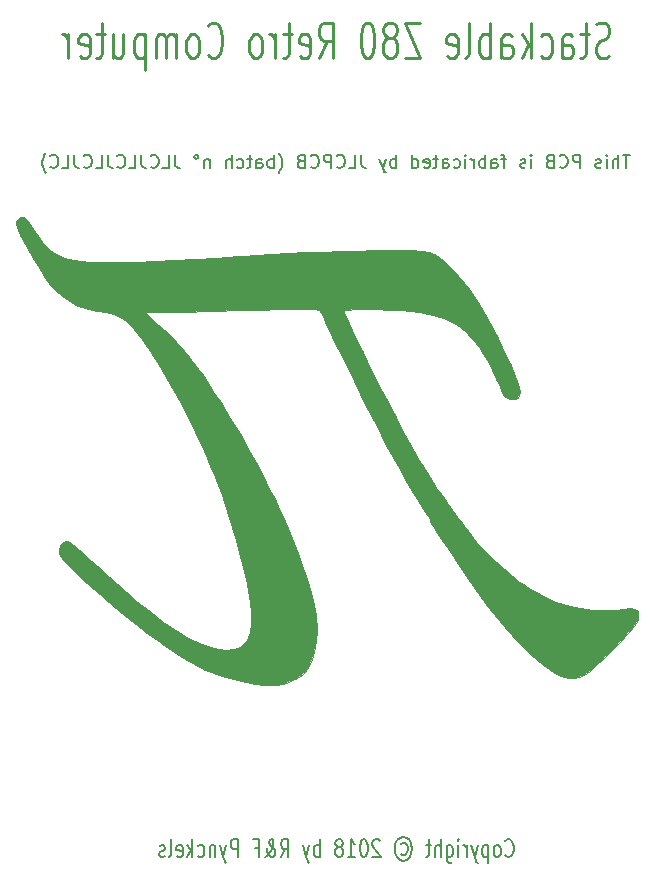
<source format=gbo>
%TF.GenerationSoftware,KiCad,Pcbnew,(5.0.1)-3*%
%TF.CreationDate,2018-11-22T18:04:47+01:00*%
%TF.ProjectId,S80 Serial,5338302053657269616C2E6B69636164,1.0*%
%TF.SameCoordinates,Original*%
%TF.FileFunction,Legend,Bot*%
%TF.FilePolarity,Positive*%
%FSLAX46Y46*%
G04 Gerber Fmt 4.6, Leading zero omitted, Abs format (unit mm)*
G04 Created by KiCad (PCBNEW (5.0.1)-3) date 22/11/2018 18:04:47*
%MOMM*%
%LPD*%
G01*
G04 APERTURE LIST*
%ADD10C,0.150000*%
%ADD11C,0.250000*%
%ADD12C,0.010000*%
G04 APERTURE END LIST*
D10*
X113355710Y-95602834D02*
X113408091Y-95674262D01*
X113565234Y-95745691D01*
X113669996Y-95745691D01*
X113827139Y-95674262D01*
X113931900Y-95531405D01*
X113984281Y-95388548D01*
X114036662Y-95102834D01*
X114036662Y-94888548D01*
X113984281Y-94602834D01*
X113931900Y-94459977D01*
X113827139Y-94317120D01*
X113669996Y-94245691D01*
X113565234Y-94245691D01*
X113408091Y-94317120D01*
X113355710Y-94388548D01*
X112727139Y-95745691D02*
X112831900Y-95674262D01*
X112884281Y-95602834D01*
X112936662Y-95459977D01*
X112936662Y-95031405D01*
X112884281Y-94888548D01*
X112831900Y-94817120D01*
X112727139Y-94745691D01*
X112569996Y-94745691D01*
X112465234Y-94817120D01*
X112412853Y-94888548D01*
X112360472Y-95031405D01*
X112360472Y-95459977D01*
X112412853Y-95602834D01*
X112465234Y-95674262D01*
X112569996Y-95745691D01*
X112727139Y-95745691D01*
X111889043Y-94745691D02*
X111889043Y-96245691D01*
X111889043Y-94817120D02*
X111784281Y-94745691D01*
X111574758Y-94745691D01*
X111469996Y-94817120D01*
X111417615Y-94888548D01*
X111365234Y-95031405D01*
X111365234Y-95459977D01*
X111417615Y-95602834D01*
X111469996Y-95674262D01*
X111574758Y-95745691D01*
X111784281Y-95745691D01*
X111889043Y-95674262D01*
X110998567Y-94745691D02*
X110736662Y-95745691D01*
X110474758Y-94745691D02*
X110736662Y-95745691D01*
X110841424Y-96102834D01*
X110893805Y-96174262D01*
X110998567Y-96245691D01*
X110055710Y-95745691D02*
X110055710Y-94745691D01*
X110055710Y-95031405D02*
X110003329Y-94888548D01*
X109950948Y-94817120D01*
X109846186Y-94745691D01*
X109741424Y-94745691D01*
X109374758Y-95745691D02*
X109374758Y-94745691D01*
X109374758Y-94245691D02*
X109427139Y-94317120D01*
X109374758Y-94388548D01*
X109322377Y-94317120D01*
X109374758Y-94245691D01*
X109374758Y-94388548D01*
X108379520Y-94745691D02*
X108379520Y-95959977D01*
X108431900Y-96102834D01*
X108484281Y-96174262D01*
X108589043Y-96245691D01*
X108746186Y-96245691D01*
X108850948Y-96174262D01*
X108379520Y-95674262D02*
X108484281Y-95745691D01*
X108693805Y-95745691D01*
X108798567Y-95674262D01*
X108850948Y-95602834D01*
X108903329Y-95459977D01*
X108903329Y-95031405D01*
X108850948Y-94888548D01*
X108798567Y-94817120D01*
X108693805Y-94745691D01*
X108484281Y-94745691D01*
X108379520Y-94817120D01*
X107855710Y-95745691D02*
X107855710Y-94245691D01*
X107384281Y-95745691D02*
X107384281Y-94959977D01*
X107436662Y-94817120D01*
X107541424Y-94745691D01*
X107698567Y-94745691D01*
X107803329Y-94817120D01*
X107855710Y-94888548D01*
X107017615Y-94745691D02*
X106598567Y-94745691D01*
X106860472Y-94245691D02*
X106860472Y-95531405D01*
X106808091Y-95674262D01*
X106703329Y-95745691D01*
X106598567Y-95745691D01*
X104503329Y-94602834D02*
X104608091Y-94531405D01*
X104817615Y-94531405D01*
X104922377Y-94602834D01*
X105027139Y-94745691D01*
X105079520Y-94888548D01*
X105079520Y-95174262D01*
X105027139Y-95317120D01*
X104922377Y-95459977D01*
X104817615Y-95531405D01*
X104608091Y-95531405D01*
X104503329Y-95459977D01*
X104712853Y-94031405D02*
X104974758Y-94102834D01*
X105236662Y-94317120D01*
X105393805Y-94674262D01*
X105446186Y-95031405D01*
X105393805Y-95388548D01*
X105236662Y-95745691D01*
X104974758Y-95959977D01*
X104712853Y-96031405D01*
X104450948Y-95959977D01*
X104189043Y-95745691D01*
X104031900Y-95388548D01*
X103979520Y-95031405D01*
X104031900Y-94674262D01*
X104189043Y-94317120D01*
X104450948Y-94102834D01*
X104712853Y-94031405D01*
X102722377Y-94388548D02*
X102669996Y-94317120D01*
X102565234Y-94245691D01*
X102303329Y-94245691D01*
X102198567Y-94317120D01*
X102146186Y-94388548D01*
X102093805Y-94531405D01*
X102093805Y-94674262D01*
X102146186Y-94888548D01*
X102774758Y-95745691D01*
X102093805Y-95745691D01*
X101412853Y-94245691D02*
X101308091Y-94245691D01*
X101203329Y-94317120D01*
X101150948Y-94388548D01*
X101098567Y-94531405D01*
X101046186Y-94817120D01*
X101046186Y-95174262D01*
X101098567Y-95459977D01*
X101150948Y-95602834D01*
X101203329Y-95674262D01*
X101308091Y-95745691D01*
X101412853Y-95745691D01*
X101517615Y-95674262D01*
X101569996Y-95602834D01*
X101622377Y-95459977D01*
X101674758Y-95174262D01*
X101674758Y-94817120D01*
X101622377Y-94531405D01*
X101569996Y-94388548D01*
X101517615Y-94317120D01*
X101412853Y-94245691D01*
X99998567Y-95745691D02*
X100627139Y-95745691D01*
X100312853Y-95745691D02*
X100312853Y-94245691D01*
X100417615Y-94459977D01*
X100522377Y-94602834D01*
X100627139Y-94674262D01*
X99369996Y-94888548D02*
X99474758Y-94817120D01*
X99527139Y-94745691D01*
X99579520Y-94602834D01*
X99579520Y-94531405D01*
X99527139Y-94388548D01*
X99474758Y-94317120D01*
X99369996Y-94245691D01*
X99160472Y-94245691D01*
X99055710Y-94317120D01*
X99003329Y-94388548D01*
X98950948Y-94531405D01*
X98950948Y-94602834D01*
X99003329Y-94745691D01*
X99055710Y-94817120D01*
X99160472Y-94888548D01*
X99369996Y-94888548D01*
X99474758Y-94959977D01*
X99527139Y-95031405D01*
X99579520Y-95174262D01*
X99579520Y-95459977D01*
X99527139Y-95602834D01*
X99474758Y-95674262D01*
X99369996Y-95745691D01*
X99160472Y-95745691D01*
X99055710Y-95674262D01*
X99003329Y-95602834D01*
X98950948Y-95459977D01*
X98950948Y-95174262D01*
X99003329Y-95031405D01*
X99055710Y-94959977D01*
X99160472Y-94888548D01*
X97641424Y-95745691D02*
X97641424Y-94245691D01*
X97641424Y-94817120D02*
X97536662Y-94745691D01*
X97327139Y-94745691D01*
X97222377Y-94817120D01*
X97169996Y-94888548D01*
X97117615Y-95031405D01*
X97117615Y-95459977D01*
X97169996Y-95602834D01*
X97222377Y-95674262D01*
X97327139Y-95745691D01*
X97536662Y-95745691D01*
X97641424Y-95674262D01*
X96750948Y-94745691D02*
X96489043Y-95745691D01*
X96227139Y-94745691D02*
X96489043Y-95745691D01*
X96593805Y-96102834D01*
X96646186Y-96174262D01*
X96750948Y-96245691D01*
X94341424Y-95745691D02*
X94708091Y-95031405D01*
X94969996Y-95745691D02*
X94969996Y-94245691D01*
X94550948Y-94245691D01*
X94446186Y-94317120D01*
X94393805Y-94388548D01*
X94341424Y-94531405D01*
X94341424Y-94745691D01*
X94393805Y-94888548D01*
X94446186Y-94959977D01*
X94550948Y-95031405D01*
X94969996Y-95031405D01*
X92979519Y-95745691D02*
X93031900Y-95745691D01*
X93136662Y-95674262D01*
X93293805Y-95459977D01*
X93555710Y-95031405D01*
X93660472Y-94817120D01*
X93712853Y-94602834D01*
X93712853Y-94459977D01*
X93660472Y-94317120D01*
X93555710Y-94245691D01*
X93503329Y-94245691D01*
X93398567Y-94317120D01*
X93346186Y-94459977D01*
X93346186Y-94531405D01*
X93398567Y-94674262D01*
X93450948Y-94745691D01*
X93765234Y-95031405D01*
X93817615Y-95102834D01*
X93869996Y-95245691D01*
X93869996Y-95459977D01*
X93817615Y-95602834D01*
X93765234Y-95674262D01*
X93660472Y-95745691D01*
X93503329Y-95745691D01*
X93398567Y-95674262D01*
X93346186Y-95602834D01*
X93189043Y-95317120D01*
X93136662Y-95102834D01*
X93136662Y-94959977D01*
X92141424Y-94959977D02*
X92508091Y-94959977D01*
X92508091Y-95745691D02*
X92508091Y-94245691D01*
X91984281Y-94245691D01*
X90727139Y-95745691D02*
X90727139Y-94245691D01*
X90308091Y-94245691D01*
X90203329Y-94317120D01*
X90150948Y-94388548D01*
X90098567Y-94531405D01*
X90098567Y-94745691D01*
X90150948Y-94888548D01*
X90203329Y-94959977D01*
X90308091Y-95031405D01*
X90727139Y-95031405D01*
X89731900Y-94745691D02*
X89469996Y-95745691D01*
X89208091Y-94745691D02*
X89469996Y-95745691D01*
X89574758Y-96102834D01*
X89627139Y-96174262D01*
X89731900Y-96245691D01*
X88789043Y-94745691D02*
X88789043Y-95745691D01*
X88789043Y-94888548D02*
X88736662Y-94817120D01*
X88631900Y-94745691D01*
X88474758Y-94745691D01*
X88369996Y-94817120D01*
X88317615Y-94959977D01*
X88317615Y-95745691D01*
X87322377Y-95674262D02*
X87427139Y-95745691D01*
X87636662Y-95745691D01*
X87741424Y-95674262D01*
X87793805Y-95602834D01*
X87846186Y-95459977D01*
X87846186Y-95031405D01*
X87793805Y-94888548D01*
X87741424Y-94817120D01*
X87636662Y-94745691D01*
X87427139Y-94745691D01*
X87322377Y-94817120D01*
X86850948Y-95745691D02*
X86850948Y-94245691D01*
X86746186Y-95174262D02*
X86431900Y-95745691D01*
X86431900Y-94745691D02*
X86850948Y-95317120D01*
X85541424Y-95674262D02*
X85646186Y-95745691D01*
X85855710Y-95745691D01*
X85960472Y-95674262D01*
X86012853Y-95531405D01*
X86012853Y-94959977D01*
X85960472Y-94817120D01*
X85855710Y-94745691D01*
X85646186Y-94745691D01*
X85541424Y-94817120D01*
X85489043Y-94959977D01*
X85489043Y-95102834D01*
X86012853Y-95245691D01*
X84860472Y-95745691D02*
X84965234Y-95674262D01*
X85017615Y-95531405D01*
X85017615Y-94245691D01*
X84493805Y-95674262D02*
X84389043Y-95745691D01*
X84179519Y-95745691D01*
X84074758Y-95674262D01*
X84022377Y-95531405D01*
X84022377Y-95459977D01*
X84074758Y-95317120D01*
X84179519Y-95245691D01*
X84336662Y-95245691D01*
X84441424Y-95174262D01*
X84493805Y-95031405D01*
X84493805Y-94959977D01*
X84441424Y-94817120D01*
X84336662Y-94745691D01*
X84179519Y-94745691D01*
X84074758Y-94817120D01*
D11*
X122155238Y-27944485D02*
X121869523Y-28087342D01*
X121393333Y-28087342D01*
X121202857Y-27944485D01*
X121107619Y-27801628D01*
X121012380Y-27515914D01*
X121012380Y-27230200D01*
X121107619Y-26944485D01*
X121202857Y-26801628D01*
X121393333Y-26658771D01*
X121774285Y-26515914D01*
X121964761Y-26373057D01*
X122060000Y-26230200D01*
X122155238Y-25944485D01*
X122155238Y-25658771D01*
X122060000Y-25373057D01*
X121964761Y-25230200D01*
X121774285Y-25087342D01*
X121298095Y-25087342D01*
X121012380Y-25230200D01*
X120440952Y-26087342D02*
X119679047Y-26087342D01*
X120155238Y-25087342D02*
X120155238Y-27658771D01*
X120060000Y-27944485D01*
X119869523Y-28087342D01*
X119679047Y-28087342D01*
X118155238Y-28087342D02*
X118155238Y-26515914D01*
X118250476Y-26230200D01*
X118440952Y-26087342D01*
X118821904Y-26087342D01*
X119012380Y-26230200D01*
X118155238Y-27944485D02*
X118345714Y-28087342D01*
X118821904Y-28087342D01*
X119012380Y-27944485D01*
X119107619Y-27658771D01*
X119107619Y-27373057D01*
X119012380Y-27087342D01*
X118821904Y-26944485D01*
X118345714Y-26944485D01*
X118155238Y-26801628D01*
X116345714Y-27944485D02*
X116536190Y-28087342D01*
X116917142Y-28087342D01*
X117107619Y-27944485D01*
X117202857Y-27801628D01*
X117298095Y-27515914D01*
X117298095Y-26658771D01*
X117202857Y-26373057D01*
X117107619Y-26230200D01*
X116917142Y-26087342D01*
X116536190Y-26087342D01*
X116345714Y-26230200D01*
X115488571Y-28087342D02*
X115488571Y-25087342D01*
X115298095Y-26944485D02*
X114726666Y-28087342D01*
X114726666Y-26087342D02*
X115488571Y-27230200D01*
X113012380Y-28087342D02*
X113012380Y-26515914D01*
X113107619Y-26230200D01*
X113298095Y-26087342D01*
X113679047Y-26087342D01*
X113869523Y-26230200D01*
X113012380Y-27944485D02*
X113202857Y-28087342D01*
X113679047Y-28087342D01*
X113869523Y-27944485D01*
X113964761Y-27658771D01*
X113964761Y-27373057D01*
X113869523Y-27087342D01*
X113679047Y-26944485D01*
X113202857Y-26944485D01*
X113012380Y-26801628D01*
X112060000Y-28087342D02*
X112060000Y-25087342D01*
X112060000Y-26230200D02*
X111869523Y-26087342D01*
X111488571Y-26087342D01*
X111298095Y-26230200D01*
X111202857Y-26373057D01*
X111107619Y-26658771D01*
X111107619Y-27515914D01*
X111202857Y-27801628D01*
X111298095Y-27944485D01*
X111488571Y-28087342D01*
X111869523Y-28087342D01*
X112060000Y-27944485D01*
X109964761Y-28087342D02*
X110155238Y-27944485D01*
X110250476Y-27658771D01*
X110250476Y-25087342D01*
X108440952Y-27944485D02*
X108631428Y-28087342D01*
X109012380Y-28087342D01*
X109202857Y-27944485D01*
X109298095Y-27658771D01*
X109298095Y-26515914D01*
X109202857Y-26230200D01*
X109012380Y-26087342D01*
X108631428Y-26087342D01*
X108440952Y-26230200D01*
X108345714Y-26515914D01*
X108345714Y-26801628D01*
X109298095Y-27087342D01*
X106155238Y-25087342D02*
X104821904Y-25087342D01*
X106155238Y-28087342D01*
X104821904Y-28087342D01*
X103774285Y-26373057D02*
X103964761Y-26230200D01*
X104060000Y-26087342D01*
X104155238Y-25801628D01*
X104155238Y-25658771D01*
X104060000Y-25373057D01*
X103964761Y-25230200D01*
X103774285Y-25087342D01*
X103393333Y-25087342D01*
X103202857Y-25230200D01*
X103107619Y-25373057D01*
X103012380Y-25658771D01*
X103012380Y-25801628D01*
X103107619Y-26087342D01*
X103202857Y-26230200D01*
X103393333Y-26373057D01*
X103774285Y-26373057D01*
X103964761Y-26515914D01*
X104060000Y-26658771D01*
X104155238Y-26944485D01*
X104155238Y-27515914D01*
X104060000Y-27801628D01*
X103964761Y-27944485D01*
X103774285Y-28087342D01*
X103393333Y-28087342D01*
X103202857Y-27944485D01*
X103107619Y-27801628D01*
X103012380Y-27515914D01*
X103012380Y-26944485D01*
X103107619Y-26658771D01*
X103202857Y-26515914D01*
X103393333Y-26373057D01*
X101774285Y-25087342D02*
X101583809Y-25087342D01*
X101393333Y-25230200D01*
X101298095Y-25373057D01*
X101202857Y-25658771D01*
X101107619Y-26230200D01*
X101107619Y-26944485D01*
X101202857Y-27515914D01*
X101298095Y-27801628D01*
X101393333Y-27944485D01*
X101583809Y-28087342D01*
X101774285Y-28087342D01*
X101964761Y-27944485D01*
X102060000Y-27801628D01*
X102155238Y-27515914D01*
X102250476Y-26944485D01*
X102250476Y-26230200D01*
X102155238Y-25658771D01*
X102060000Y-25373057D01*
X101964761Y-25230200D01*
X101774285Y-25087342D01*
X97583809Y-28087342D02*
X98250476Y-26658771D01*
X98726666Y-28087342D02*
X98726666Y-25087342D01*
X97964761Y-25087342D01*
X97774285Y-25230200D01*
X97679047Y-25373057D01*
X97583809Y-25658771D01*
X97583809Y-26087342D01*
X97679047Y-26373057D01*
X97774285Y-26515914D01*
X97964761Y-26658771D01*
X98726666Y-26658771D01*
X95964761Y-27944485D02*
X96155238Y-28087342D01*
X96536190Y-28087342D01*
X96726666Y-27944485D01*
X96821904Y-27658771D01*
X96821904Y-26515914D01*
X96726666Y-26230200D01*
X96536190Y-26087342D01*
X96155238Y-26087342D01*
X95964761Y-26230200D01*
X95869523Y-26515914D01*
X95869523Y-26801628D01*
X96821904Y-27087342D01*
X95298095Y-26087342D02*
X94536190Y-26087342D01*
X95012380Y-25087342D02*
X95012380Y-27658771D01*
X94917142Y-27944485D01*
X94726666Y-28087342D01*
X94536190Y-28087342D01*
X93869523Y-28087342D02*
X93869523Y-26087342D01*
X93869523Y-26658771D02*
X93774285Y-26373057D01*
X93679047Y-26230200D01*
X93488571Y-26087342D01*
X93298095Y-26087342D01*
X92345714Y-28087342D02*
X92536190Y-27944485D01*
X92631428Y-27801628D01*
X92726666Y-27515914D01*
X92726666Y-26658771D01*
X92631428Y-26373057D01*
X92536190Y-26230200D01*
X92345714Y-26087342D01*
X92060000Y-26087342D01*
X91869523Y-26230200D01*
X91774285Y-26373057D01*
X91679047Y-26658771D01*
X91679047Y-27515914D01*
X91774285Y-27801628D01*
X91869523Y-27944485D01*
X92060000Y-28087342D01*
X92345714Y-28087342D01*
X88155238Y-27801628D02*
X88250476Y-27944485D01*
X88536190Y-28087342D01*
X88726666Y-28087342D01*
X89012380Y-27944485D01*
X89202857Y-27658771D01*
X89298095Y-27373057D01*
X89393333Y-26801628D01*
X89393333Y-26373057D01*
X89298095Y-25801628D01*
X89202857Y-25515914D01*
X89012380Y-25230200D01*
X88726666Y-25087342D01*
X88536190Y-25087342D01*
X88250476Y-25230200D01*
X88155238Y-25373057D01*
X87012380Y-28087342D02*
X87202857Y-27944485D01*
X87298095Y-27801628D01*
X87393333Y-27515914D01*
X87393333Y-26658771D01*
X87298095Y-26373057D01*
X87202857Y-26230200D01*
X87012380Y-26087342D01*
X86726666Y-26087342D01*
X86536190Y-26230200D01*
X86440952Y-26373057D01*
X86345714Y-26658771D01*
X86345714Y-27515914D01*
X86440952Y-27801628D01*
X86536190Y-27944485D01*
X86726666Y-28087342D01*
X87012380Y-28087342D01*
X85488571Y-28087342D02*
X85488571Y-26087342D01*
X85488571Y-26373057D02*
X85393333Y-26230200D01*
X85202857Y-26087342D01*
X84917142Y-26087342D01*
X84726666Y-26230200D01*
X84631428Y-26515914D01*
X84631428Y-28087342D01*
X84631428Y-26515914D02*
X84536190Y-26230200D01*
X84345714Y-26087342D01*
X84060000Y-26087342D01*
X83869523Y-26230200D01*
X83774285Y-26515914D01*
X83774285Y-28087342D01*
X82821904Y-26087342D02*
X82821904Y-29087342D01*
X82821904Y-26230200D02*
X82631428Y-26087342D01*
X82250476Y-26087342D01*
X82060000Y-26230200D01*
X81964761Y-26373057D01*
X81869523Y-26658771D01*
X81869523Y-27515914D01*
X81964761Y-27801628D01*
X82060000Y-27944485D01*
X82250476Y-28087342D01*
X82631428Y-28087342D01*
X82821904Y-27944485D01*
X80155238Y-26087342D02*
X80155238Y-28087342D01*
X81012380Y-26087342D02*
X81012380Y-27658771D01*
X80917142Y-27944485D01*
X80726666Y-28087342D01*
X80440952Y-28087342D01*
X80250476Y-27944485D01*
X80155238Y-27801628D01*
X79488571Y-26087342D02*
X78726666Y-26087342D01*
X79202857Y-25087342D02*
X79202857Y-27658771D01*
X79107619Y-27944485D01*
X78917142Y-28087342D01*
X78726666Y-28087342D01*
X77298095Y-27944485D02*
X77488571Y-28087342D01*
X77869523Y-28087342D01*
X78060000Y-27944485D01*
X78155238Y-27658771D01*
X78155238Y-26515914D01*
X78060000Y-26230200D01*
X77869523Y-26087342D01*
X77488571Y-26087342D01*
X77298095Y-26230200D01*
X77202857Y-26515914D01*
X77202857Y-26801628D01*
X78155238Y-27087342D01*
X76345714Y-28087342D02*
X76345714Y-26087342D01*
X76345714Y-26658771D02*
X76250476Y-26373057D01*
X76155238Y-26230200D01*
X75964761Y-26087342D01*
X75774285Y-26087342D01*
D10*
X123900523Y-36281619D02*
X123271952Y-36281619D01*
X123586238Y-37381619D02*
X123586238Y-36281619D01*
X122905285Y-37381619D02*
X122905285Y-36281619D01*
X122433857Y-37381619D02*
X122433857Y-36805428D01*
X122486238Y-36700666D01*
X122591000Y-36648285D01*
X122748142Y-36648285D01*
X122852904Y-36700666D01*
X122905285Y-36753047D01*
X121910047Y-37381619D02*
X121910047Y-36648285D01*
X121910047Y-36281619D02*
X121962428Y-36334000D01*
X121910047Y-36386380D01*
X121857666Y-36334000D01*
X121910047Y-36281619D01*
X121910047Y-36386380D01*
X121438619Y-37329238D02*
X121333857Y-37381619D01*
X121124333Y-37381619D01*
X121019571Y-37329238D01*
X120967190Y-37224476D01*
X120967190Y-37172095D01*
X121019571Y-37067333D01*
X121124333Y-37014952D01*
X121281476Y-37014952D01*
X121386238Y-36962571D01*
X121438619Y-36857809D01*
X121438619Y-36805428D01*
X121386238Y-36700666D01*
X121281476Y-36648285D01*
X121124333Y-36648285D01*
X121019571Y-36700666D01*
X119657666Y-37381619D02*
X119657666Y-36281619D01*
X119238619Y-36281619D01*
X119133857Y-36334000D01*
X119081476Y-36386380D01*
X119029095Y-36491142D01*
X119029095Y-36648285D01*
X119081476Y-36753047D01*
X119133857Y-36805428D01*
X119238619Y-36857809D01*
X119657666Y-36857809D01*
X117929095Y-37276857D02*
X117981476Y-37329238D01*
X118138619Y-37381619D01*
X118243380Y-37381619D01*
X118400523Y-37329238D01*
X118505285Y-37224476D01*
X118557666Y-37119714D01*
X118610047Y-36910190D01*
X118610047Y-36753047D01*
X118557666Y-36543523D01*
X118505285Y-36438761D01*
X118400523Y-36334000D01*
X118243380Y-36281619D01*
X118138619Y-36281619D01*
X117981476Y-36334000D01*
X117929095Y-36386380D01*
X117091000Y-36805428D02*
X116933857Y-36857809D01*
X116881476Y-36910190D01*
X116829095Y-37014952D01*
X116829095Y-37172095D01*
X116881476Y-37276857D01*
X116933857Y-37329238D01*
X117038619Y-37381619D01*
X117457666Y-37381619D01*
X117457666Y-36281619D01*
X117091000Y-36281619D01*
X116986238Y-36334000D01*
X116933857Y-36386380D01*
X116881476Y-36491142D01*
X116881476Y-36595904D01*
X116933857Y-36700666D01*
X116986238Y-36753047D01*
X117091000Y-36805428D01*
X117457666Y-36805428D01*
X115519571Y-37381619D02*
X115519571Y-36648285D01*
X115519571Y-36281619D02*
X115571952Y-36334000D01*
X115519571Y-36386380D01*
X115467190Y-36334000D01*
X115519571Y-36281619D01*
X115519571Y-36386380D01*
X115048142Y-37329238D02*
X114943380Y-37381619D01*
X114733857Y-37381619D01*
X114629095Y-37329238D01*
X114576714Y-37224476D01*
X114576714Y-37172095D01*
X114629095Y-37067333D01*
X114733857Y-37014952D01*
X114891000Y-37014952D01*
X114995761Y-36962571D01*
X115048142Y-36857809D01*
X115048142Y-36805428D01*
X114995761Y-36700666D01*
X114891000Y-36648285D01*
X114733857Y-36648285D01*
X114629095Y-36700666D01*
X113424333Y-36648285D02*
X113005285Y-36648285D01*
X113267190Y-37381619D02*
X113267190Y-36438761D01*
X113214809Y-36334000D01*
X113110047Y-36281619D01*
X113005285Y-36281619D01*
X112167190Y-37381619D02*
X112167190Y-36805428D01*
X112219571Y-36700666D01*
X112324333Y-36648285D01*
X112533857Y-36648285D01*
X112638619Y-36700666D01*
X112167190Y-37329238D02*
X112271952Y-37381619D01*
X112533857Y-37381619D01*
X112638619Y-37329238D01*
X112691000Y-37224476D01*
X112691000Y-37119714D01*
X112638619Y-37014952D01*
X112533857Y-36962571D01*
X112271952Y-36962571D01*
X112167190Y-36910190D01*
X111643380Y-37381619D02*
X111643380Y-36281619D01*
X111643380Y-36700666D02*
X111538619Y-36648285D01*
X111329095Y-36648285D01*
X111224333Y-36700666D01*
X111171952Y-36753047D01*
X111119571Y-36857809D01*
X111119571Y-37172095D01*
X111171952Y-37276857D01*
X111224333Y-37329238D01*
X111329095Y-37381619D01*
X111538619Y-37381619D01*
X111643380Y-37329238D01*
X110648142Y-37381619D02*
X110648142Y-36648285D01*
X110648142Y-36857809D02*
X110595761Y-36753047D01*
X110543380Y-36700666D01*
X110438619Y-36648285D01*
X110333857Y-36648285D01*
X109967190Y-37381619D02*
X109967190Y-36648285D01*
X109967190Y-36281619D02*
X110019571Y-36334000D01*
X109967190Y-36386380D01*
X109914809Y-36334000D01*
X109967190Y-36281619D01*
X109967190Y-36386380D01*
X108971952Y-37329238D02*
X109076714Y-37381619D01*
X109286238Y-37381619D01*
X109390999Y-37329238D01*
X109443380Y-37276857D01*
X109495761Y-37172095D01*
X109495761Y-36857809D01*
X109443380Y-36753047D01*
X109390999Y-36700666D01*
X109286238Y-36648285D01*
X109076714Y-36648285D01*
X108971952Y-36700666D01*
X108029095Y-37381619D02*
X108029095Y-36805428D01*
X108081476Y-36700666D01*
X108186238Y-36648285D01*
X108395761Y-36648285D01*
X108500523Y-36700666D01*
X108029095Y-37329238D02*
X108133857Y-37381619D01*
X108395761Y-37381619D01*
X108500523Y-37329238D01*
X108552904Y-37224476D01*
X108552904Y-37119714D01*
X108500523Y-37014952D01*
X108395761Y-36962571D01*
X108133857Y-36962571D01*
X108029095Y-36910190D01*
X107662428Y-36648285D02*
X107243380Y-36648285D01*
X107505285Y-36281619D02*
X107505285Y-37224476D01*
X107452904Y-37329238D01*
X107348142Y-37381619D01*
X107243380Y-37381619D01*
X106457666Y-37329238D02*
X106562428Y-37381619D01*
X106771952Y-37381619D01*
X106876714Y-37329238D01*
X106929095Y-37224476D01*
X106929095Y-36805428D01*
X106876714Y-36700666D01*
X106771952Y-36648285D01*
X106562428Y-36648285D01*
X106457666Y-36700666D01*
X106405285Y-36805428D01*
X106405285Y-36910190D01*
X106929095Y-37014952D01*
X105462428Y-37381619D02*
X105462428Y-36281619D01*
X105462428Y-37329238D02*
X105567190Y-37381619D01*
X105776714Y-37381619D01*
X105881476Y-37329238D01*
X105933857Y-37276857D01*
X105986238Y-37172095D01*
X105986238Y-36857809D01*
X105933857Y-36753047D01*
X105881476Y-36700666D01*
X105776714Y-36648285D01*
X105567190Y-36648285D01*
X105462428Y-36700666D01*
X104100523Y-37381619D02*
X104100523Y-36281619D01*
X104100523Y-36700666D02*
X103995761Y-36648285D01*
X103786238Y-36648285D01*
X103681476Y-36700666D01*
X103629095Y-36753047D01*
X103576714Y-36857809D01*
X103576714Y-37172095D01*
X103629095Y-37276857D01*
X103681476Y-37329238D01*
X103786238Y-37381619D01*
X103995761Y-37381619D01*
X104100523Y-37329238D01*
X103210047Y-36648285D02*
X102948142Y-37381619D01*
X102686238Y-36648285D02*
X102948142Y-37381619D01*
X103052904Y-37643523D01*
X103105285Y-37695904D01*
X103210047Y-37748285D01*
X101114809Y-36281619D02*
X101114809Y-37067333D01*
X101167190Y-37224476D01*
X101271952Y-37329238D01*
X101429095Y-37381619D01*
X101533857Y-37381619D01*
X100067190Y-37381619D02*
X100590999Y-37381619D01*
X100590999Y-36281619D01*
X99071952Y-37276857D02*
X99124333Y-37329238D01*
X99281476Y-37381619D01*
X99386238Y-37381619D01*
X99543380Y-37329238D01*
X99648142Y-37224476D01*
X99700523Y-37119714D01*
X99752904Y-36910190D01*
X99752904Y-36753047D01*
X99700523Y-36543523D01*
X99648142Y-36438761D01*
X99543380Y-36334000D01*
X99386238Y-36281619D01*
X99281476Y-36281619D01*
X99124333Y-36334000D01*
X99071952Y-36386380D01*
X98600523Y-37381619D02*
X98600523Y-36281619D01*
X98181476Y-36281619D01*
X98076714Y-36334000D01*
X98024333Y-36386380D01*
X97971952Y-36491142D01*
X97971952Y-36648285D01*
X98024333Y-36753047D01*
X98076714Y-36805428D01*
X98181476Y-36857809D01*
X98600523Y-36857809D01*
X96871952Y-37276857D02*
X96924333Y-37329238D01*
X97081476Y-37381619D01*
X97186238Y-37381619D01*
X97343380Y-37329238D01*
X97448142Y-37224476D01*
X97500523Y-37119714D01*
X97552904Y-36910190D01*
X97552904Y-36753047D01*
X97500523Y-36543523D01*
X97448142Y-36438761D01*
X97343380Y-36334000D01*
X97186238Y-36281619D01*
X97081476Y-36281619D01*
X96924333Y-36334000D01*
X96871952Y-36386380D01*
X96033857Y-36805428D02*
X95876714Y-36857809D01*
X95824333Y-36910190D01*
X95771952Y-37014952D01*
X95771952Y-37172095D01*
X95824333Y-37276857D01*
X95876714Y-37329238D01*
X95981476Y-37381619D01*
X96400523Y-37381619D01*
X96400523Y-36281619D01*
X96033857Y-36281619D01*
X95929095Y-36334000D01*
X95876714Y-36386380D01*
X95824333Y-36491142D01*
X95824333Y-36595904D01*
X95876714Y-36700666D01*
X95929095Y-36753047D01*
X96033857Y-36805428D01*
X96400523Y-36805428D01*
X94148142Y-37800666D02*
X94200523Y-37748285D01*
X94305285Y-37591142D01*
X94357666Y-37486380D01*
X94410047Y-37329238D01*
X94462428Y-37067333D01*
X94462428Y-36857809D01*
X94410047Y-36595904D01*
X94357666Y-36438761D01*
X94305285Y-36334000D01*
X94200523Y-36176857D01*
X94148142Y-36124476D01*
X93729095Y-37381619D02*
X93729095Y-36281619D01*
X93729095Y-36700666D02*
X93624333Y-36648285D01*
X93414809Y-36648285D01*
X93310047Y-36700666D01*
X93257666Y-36753047D01*
X93205285Y-36857809D01*
X93205285Y-37172095D01*
X93257666Y-37276857D01*
X93310047Y-37329238D01*
X93414809Y-37381619D01*
X93624333Y-37381619D01*
X93729095Y-37329238D01*
X92262428Y-37381619D02*
X92262428Y-36805428D01*
X92314809Y-36700666D01*
X92419571Y-36648285D01*
X92629095Y-36648285D01*
X92733857Y-36700666D01*
X92262428Y-37329238D02*
X92367190Y-37381619D01*
X92629095Y-37381619D01*
X92733857Y-37329238D01*
X92786238Y-37224476D01*
X92786238Y-37119714D01*
X92733857Y-37014952D01*
X92629095Y-36962571D01*
X92367190Y-36962571D01*
X92262428Y-36910190D01*
X91895761Y-36648285D02*
X91476714Y-36648285D01*
X91738619Y-36281619D02*
X91738619Y-37224476D01*
X91686238Y-37329238D01*
X91581476Y-37381619D01*
X91476714Y-37381619D01*
X90638619Y-37329238D02*
X90743380Y-37381619D01*
X90952904Y-37381619D01*
X91057666Y-37329238D01*
X91110047Y-37276857D01*
X91162428Y-37172095D01*
X91162428Y-36857809D01*
X91110047Y-36753047D01*
X91057666Y-36700666D01*
X90952904Y-36648285D01*
X90743380Y-36648285D01*
X90638619Y-36700666D01*
X90167190Y-37381619D02*
X90167190Y-36281619D01*
X89695761Y-37381619D02*
X89695761Y-36805428D01*
X89748142Y-36700666D01*
X89852904Y-36648285D01*
X90010047Y-36648285D01*
X90114809Y-36700666D01*
X90167190Y-36753047D01*
X88333857Y-36648285D02*
X88333857Y-37381619D01*
X88333857Y-36753047D02*
X88281476Y-36700666D01*
X88176714Y-36648285D01*
X88019571Y-36648285D01*
X87914809Y-36700666D01*
X87862428Y-36805428D01*
X87862428Y-37381619D01*
X87181476Y-36281619D02*
X87286238Y-36334000D01*
X87338619Y-36438761D01*
X87286238Y-36543523D01*
X87181476Y-36595904D01*
X87076714Y-36543523D01*
X87024333Y-36438761D01*
X87076714Y-36334000D01*
X87181476Y-36281619D01*
X85348142Y-36281619D02*
X85348142Y-37067333D01*
X85400523Y-37224476D01*
X85505285Y-37329238D01*
X85662428Y-37381619D01*
X85767190Y-37381619D01*
X84300523Y-37381619D02*
X84824333Y-37381619D01*
X84824333Y-36281619D01*
X83305285Y-37276857D02*
X83357666Y-37329238D01*
X83514809Y-37381619D01*
X83619571Y-37381619D01*
X83776714Y-37329238D01*
X83881476Y-37224476D01*
X83933857Y-37119714D01*
X83986238Y-36910190D01*
X83986238Y-36753047D01*
X83933857Y-36543523D01*
X83881476Y-36438761D01*
X83776714Y-36334000D01*
X83619571Y-36281619D01*
X83514809Y-36281619D01*
X83357666Y-36334000D01*
X83305285Y-36386380D01*
X82519571Y-36281619D02*
X82519571Y-37067333D01*
X82571952Y-37224476D01*
X82676714Y-37329238D01*
X82833857Y-37381619D01*
X82938619Y-37381619D01*
X81471952Y-37381619D02*
X81995761Y-37381619D01*
X81995761Y-36281619D01*
X80476714Y-37276857D02*
X80529095Y-37329238D01*
X80686238Y-37381619D01*
X80790999Y-37381619D01*
X80948142Y-37329238D01*
X81052904Y-37224476D01*
X81105285Y-37119714D01*
X81157666Y-36910190D01*
X81157666Y-36753047D01*
X81105285Y-36543523D01*
X81052904Y-36438761D01*
X80948142Y-36334000D01*
X80790999Y-36281619D01*
X80686238Y-36281619D01*
X80529095Y-36334000D01*
X80476714Y-36386380D01*
X79690999Y-36281619D02*
X79690999Y-37067333D01*
X79743380Y-37224476D01*
X79848142Y-37329238D01*
X80005285Y-37381619D01*
X80110047Y-37381619D01*
X78643380Y-37381619D02*
X79167190Y-37381619D01*
X79167190Y-36281619D01*
X77648142Y-37276857D02*
X77700523Y-37329238D01*
X77857666Y-37381619D01*
X77962428Y-37381619D01*
X78119571Y-37329238D01*
X78224333Y-37224476D01*
X78276714Y-37119714D01*
X78329095Y-36910190D01*
X78329095Y-36753047D01*
X78276714Y-36543523D01*
X78224333Y-36438761D01*
X78119571Y-36334000D01*
X77962428Y-36281619D01*
X77857666Y-36281619D01*
X77700523Y-36334000D01*
X77648142Y-36386380D01*
X76862428Y-36281619D02*
X76862428Y-37067333D01*
X76914809Y-37224476D01*
X77019571Y-37329238D01*
X77176714Y-37381619D01*
X77281476Y-37381619D01*
X75814809Y-37381619D02*
X76338619Y-37381619D01*
X76338619Y-36281619D01*
X74819571Y-37276857D02*
X74871952Y-37329238D01*
X75029095Y-37381619D01*
X75133857Y-37381619D01*
X75290999Y-37329238D01*
X75395761Y-37224476D01*
X75448142Y-37119714D01*
X75500523Y-36910190D01*
X75500523Y-36753047D01*
X75448142Y-36543523D01*
X75395761Y-36438761D01*
X75290999Y-36334000D01*
X75133857Y-36281619D01*
X75029095Y-36281619D01*
X74871952Y-36334000D01*
X74819571Y-36386380D01*
X74452904Y-37800666D02*
X74400523Y-37748285D01*
X74295761Y-37591142D01*
X74243380Y-37486380D01*
X74190999Y-37329238D01*
X74138619Y-37067333D01*
X74138619Y-36857809D01*
X74190999Y-36595904D01*
X74243380Y-36438761D01*
X74295761Y-36334000D01*
X74400523Y-36176857D01*
X74452904Y-36124476D01*
D12*
G36*
X72374094Y-41545062D02*
X72111519Y-41728190D01*
X71927995Y-41937698D01*
X71881451Y-42134731D01*
X71964694Y-42435292D01*
X72053560Y-42662704D01*
X72248923Y-43075474D01*
X72572618Y-43677679D01*
X72987392Y-44405739D01*
X73455994Y-45196073D01*
X73941170Y-45985103D01*
X74405668Y-46709247D01*
X74561399Y-46942919D01*
X75217443Y-47730652D01*
X76038411Y-48445884D01*
X76807193Y-48930578D01*
X77174612Y-49069791D01*
X77745589Y-49232581D01*
X78425331Y-49393319D01*
X78800476Y-49469524D01*
X79490859Y-49615539D01*
X80114900Y-49773283D01*
X80581691Y-49918600D01*
X80738651Y-49984572D01*
X81243516Y-50354258D01*
X81841765Y-50975911D01*
X82515919Y-51820170D01*
X83248498Y-52857677D01*
X84022021Y-54059074D01*
X84819009Y-55395001D01*
X85621981Y-56836100D01*
X86413460Y-58353013D01*
X87175963Y-59916380D01*
X87892012Y-61496843D01*
X88544126Y-63065043D01*
X88578540Y-63152262D01*
X89318501Y-65118218D01*
X89972341Y-67027576D01*
X90535129Y-68856355D01*
X91001932Y-70580577D01*
X91367822Y-72176263D01*
X91627866Y-73619435D01*
X91777134Y-74886113D01*
X91810695Y-75952320D01*
X91723617Y-76794076D01*
X91510971Y-77387403D01*
X91507142Y-77393729D01*
X91055956Y-77859566D01*
X90417084Y-78116394D01*
X89615865Y-78169807D01*
X88677636Y-78025399D01*
X87627736Y-77688766D01*
X86491503Y-77165502D01*
X85294275Y-76461201D01*
X84372907Y-75818532D01*
X83308918Y-74996194D01*
X82108491Y-74017708D01*
X80844560Y-72945090D01*
X79590061Y-71840359D01*
X78417930Y-70765531D01*
X78302517Y-70656851D01*
X77661341Y-70067935D01*
X77089675Y-69574122D01*
X76628410Y-69208587D01*
X76318437Y-69004503D01*
X76227133Y-68973095D01*
X75895960Y-69106618D01*
X75645270Y-69437642D01*
X75537131Y-69861847D01*
X75560159Y-70094147D01*
X75719588Y-70358955D01*
X76089584Y-70782602D01*
X76640927Y-71339705D01*
X77344401Y-72004881D01*
X78170785Y-72752749D01*
X79090862Y-73557926D01*
X80075414Y-74395029D01*
X81095221Y-75238677D01*
X82121065Y-76063487D01*
X83123727Y-76844076D01*
X84073990Y-77555062D01*
X84511443Y-77870208D01*
X86250290Y-78999533D01*
X87937285Y-79870889D01*
X89629882Y-80508240D01*
X91385534Y-80935550D01*
X92153976Y-81057938D01*
X92952583Y-81156996D01*
X93541116Y-81198157D01*
X94006617Y-81179690D01*
X94436133Y-81099861D01*
X94763812Y-81005973D01*
X95554644Y-80694203D01*
X96149301Y-80288023D01*
X96599636Y-79730007D01*
X96957502Y-78962731D01*
X97155533Y-78357261D01*
X97348088Y-77427057D01*
X97397785Y-76402706D01*
X97299857Y-75255446D01*
X97049538Y-73956513D01*
X96642063Y-72477142D01*
X96072665Y-70788570D01*
X95763493Y-69955833D01*
X95457068Y-69181955D01*
X95079944Y-68277477D01*
X94669319Y-67327280D01*
X94262388Y-66416242D01*
X93896347Y-65629245D01*
X93643337Y-65117738D01*
X93364868Y-64567673D01*
X93085352Y-63995402D01*
X93043954Y-63908214D01*
X92848368Y-63518376D01*
X92550322Y-62953249D01*
X92196545Y-62300558D01*
X91956738Y-61867143D01*
X91566999Y-61168132D01*
X91175847Y-60465026D01*
X90841073Y-59861777D01*
X90695884Y-59599286D01*
X90384678Y-59063418D01*
X90067454Y-58560740D01*
X89885959Y-58299895D01*
X89660207Y-57975318D01*
X89540699Y-57757398D01*
X89535000Y-57731817D01*
X89454418Y-57571903D01*
X89237721Y-57223550D01*
X88922483Y-56745840D01*
X88703453Y-56424285D01*
X88346708Y-55893323D01*
X88066538Y-55451554D01*
X87900753Y-55159963D01*
X87871905Y-55083198D01*
X87768238Y-54886564D01*
X87635754Y-54753418D01*
X87431301Y-54528651D01*
X87133776Y-54138211D01*
X86847487Y-53725632D01*
X86385156Y-53122259D01*
X85704024Y-52367492D01*
X84829758Y-51487894D01*
X83788026Y-50510026D01*
X83411786Y-50170209D01*
X82807024Y-49628896D01*
X83714167Y-49627965D01*
X84060578Y-49623492D01*
X84671912Y-49611107D01*
X85510837Y-49591742D01*
X86540024Y-49566328D01*
X87722143Y-49535798D01*
X89019865Y-49501084D01*
X90395859Y-49463117D01*
X90999388Y-49446106D01*
X92691541Y-49400561D01*
X94099613Y-49368307D01*
X95241609Y-49349308D01*
X96135536Y-49343531D01*
X96799399Y-49350939D01*
X97251204Y-49371499D01*
X97508958Y-49405175D01*
X97580141Y-49433380D01*
X97759796Y-49678967D01*
X97949574Y-50075440D01*
X97988346Y-50178113D01*
X98108657Y-50461771D01*
X98345873Y-50975741D01*
X98680520Y-51680455D01*
X99093128Y-52536346D01*
X99564223Y-53503844D01*
X100074334Y-54543383D01*
X100603988Y-55615393D01*
X101133713Y-56680306D01*
X101644036Y-57698554D01*
X102115487Y-58630569D01*
X102528592Y-59436782D01*
X102810676Y-59977262D01*
X103350600Y-60987212D01*
X103919243Y-62029919D01*
X104492873Y-63063776D01*
X105047758Y-64047176D01*
X105560167Y-64938511D01*
X106006366Y-65696175D01*
X106362624Y-66278559D01*
X106605210Y-66644056D01*
X106638187Y-66687709D01*
X106840448Y-66982813D01*
X106921905Y-67174778D01*
X107000000Y-67363437D01*
X107199650Y-67707085D01*
X107355515Y-67948139D01*
X107580715Y-68285528D01*
X107936270Y-68819851D01*
X108385531Y-69495961D01*
X108891853Y-70258712D01*
X109334702Y-70926417D01*
X110627826Y-72810388D01*
X111898882Y-74532147D01*
X113131777Y-76073640D01*
X114310420Y-77416813D01*
X115418719Y-78543612D01*
X116440582Y-79435984D01*
X117359916Y-80075874D01*
X117616026Y-80217302D01*
X118093668Y-80402736D01*
X118652383Y-80541347D01*
X118763474Y-80558924D01*
X119160505Y-80575996D01*
X119549744Y-80496618D01*
X119973615Y-80295581D01*
X120474544Y-79947673D01*
X121094957Y-79427683D01*
X121877278Y-78710400D01*
X121882608Y-78705392D01*
X122888437Y-77723586D01*
X123670470Y-76880201D01*
X124221842Y-76183718D01*
X124535691Y-75642617D01*
X124611191Y-75333758D01*
X124548213Y-74919727D01*
X124332079Y-74699368D01*
X123921984Y-74652758D01*
X123386327Y-74735747D01*
X122646623Y-74827181D01*
X121716299Y-74843656D01*
X120696002Y-74791443D01*
X119686380Y-74676810D01*
X118788078Y-74506028D01*
X118511562Y-74432079D01*
X117650907Y-74149892D01*
X116872313Y-73823036D01*
X116077305Y-73403911D01*
X115167407Y-72844915D01*
X114990317Y-72730008D01*
X114439065Y-72331734D01*
X113769100Y-71789230D01*
X113036458Y-71154216D01*
X112297172Y-70478413D01*
X111607278Y-69813539D01*
X111022811Y-69211316D01*
X110599807Y-68723463D01*
X110493508Y-68579484D01*
X110255417Y-68244476D01*
X109897419Y-67755881D01*
X109483238Y-67200352D01*
X109326083Y-66991984D01*
X108927078Y-66453691D01*
X108482938Y-65836591D01*
X108028067Y-65190756D01*
X107596869Y-64566258D01*
X107223749Y-64013167D01*
X106943112Y-63581555D01*
X106789361Y-63321492D01*
X106770714Y-63272975D01*
X106691401Y-63113381D01*
X106495478Y-62813337D01*
X106443779Y-62739802D01*
X106130876Y-62256822D01*
X105707216Y-61537837D01*
X105192060Y-60619842D01*
X104604667Y-59539834D01*
X103964297Y-58334810D01*
X103290208Y-57041765D01*
X102601661Y-55697696D01*
X101917916Y-54339599D01*
X101258231Y-53004471D01*
X100641867Y-51729307D01*
X100088082Y-50551105D01*
X100007766Y-50376666D01*
X99556728Y-49393928D01*
X100933662Y-49347169D01*
X101617852Y-49341255D01*
X102495824Y-49358747D01*
X103460163Y-49396314D01*
X104403453Y-49450625D01*
X104509784Y-49458084D01*
X106000283Y-49607396D01*
X107242438Y-49836960D01*
X108284856Y-50170003D01*
X109176148Y-50629752D01*
X109964924Y-51239433D01*
X110699793Y-52022273D01*
X111178481Y-52644524D01*
X111478364Y-53115189D01*
X111844521Y-53769916D01*
X112228491Y-54512997D01*
X112581816Y-55248724D01*
X112856036Y-55881390D01*
X112958913Y-56160863D01*
X113241491Y-56692517D01*
X113643182Y-56963794D01*
X114107458Y-56965957D01*
X114377038Y-56839866D01*
X114524557Y-56608906D01*
X114544645Y-56246456D01*
X114431929Y-55725899D01*
X114181037Y-55020614D01*
X113786599Y-54103985D01*
X113335629Y-53141254D01*
X113056393Y-52551592D01*
X112834389Y-52068093D01*
X112697463Y-51752280D01*
X112667143Y-51664143D01*
X112593520Y-51496161D01*
X112408144Y-51171930D01*
X112312092Y-51016222D01*
X112013700Y-50521190D01*
X111691013Y-49955824D01*
X111590317Y-49771905D01*
X110998698Y-48770827D01*
X110312683Y-47768644D01*
X109575175Y-46816451D01*
X108829074Y-45965348D01*
X108117283Y-45266432D01*
X107482705Y-44770802D01*
X107299881Y-44661820D01*
X106904894Y-44525553D01*
X106282400Y-44428817D01*
X105399584Y-44366963D01*
X105146648Y-44356840D01*
X104410741Y-44344357D01*
X103421690Y-44347895D01*
X102228214Y-44365761D01*
X100879029Y-44396259D01*
X99422856Y-44437695D01*
X97908411Y-44488374D01*
X96384412Y-44546602D01*
X94899577Y-44610684D01*
X93502625Y-44678924D01*
X92242273Y-44749629D01*
X91167240Y-44821105D01*
X90668929Y-44860444D01*
X88883418Y-45001131D01*
X87096952Y-45120780D01*
X85343113Y-45218524D01*
X83655486Y-45293499D01*
X82067653Y-45344839D01*
X80613197Y-45371680D01*
X79325704Y-45373157D01*
X78238755Y-45348404D01*
X77385934Y-45296557D01*
X76804644Y-45217562D01*
X75997883Y-45005062D01*
X75339254Y-44718162D01*
X74766830Y-44309545D01*
X74218680Y-43731897D01*
X73632878Y-42937899D01*
X73436263Y-42643946D01*
X73102223Y-42155500D01*
X72812983Y-41766757D01*
X72621321Y-41547847D01*
X72597530Y-41529467D01*
X72374094Y-41545062D01*
X72374094Y-41545062D01*
G37*
X72374094Y-41545062D02*
X72111519Y-41728190D01*
X71927995Y-41937698D01*
X71881451Y-42134731D01*
X71964694Y-42435292D01*
X72053560Y-42662704D01*
X72248923Y-43075474D01*
X72572618Y-43677679D01*
X72987392Y-44405739D01*
X73455994Y-45196073D01*
X73941170Y-45985103D01*
X74405668Y-46709247D01*
X74561399Y-46942919D01*
X75217443Y-47730652D01*
X76038411Y-48445884D01*
X76807193Y-48930578D01*
X77174612Y-49069791D01*
X77745589Y-49232581D01*
X78425331Y-49393319D01*
X78800476Y-49469524D01*
X79490859Y-49615539D01*
X80114900Y-49773283D01*
X80581691Y-49918600D01*
X80738651Y-49984572D01*
X81243516Y-50354258D01*
X81841765Y-50975911D01*
X82515919Y-51820170D01*
X83248498Y-52857677D01*
X84022021Y-54059074D01*
X84819009Y-55395001D01*
X85621981Y-56836100D01*
X86413460Y-58353013D01*
X87175963Y-59916380D01*
X87892012Y-61496843D01*
X88544126Y-63065043D01*
X88578540Y-63152262D01*
X89318501Y-65118218D01*
X89972341Y-67027576D01*
X90535129Y-68856355D01*
X91001932Y-70580577D01*
X91367822Y-72176263D01*
X91627866Y-73619435D01*
X91777134Y-74886113D01*
X91810695Y-75952320D01*
X91723617Y-76794076D01*
X91510971Y-77387403D01*
X91507142Y-77393729D01*
X91055956Y-77859566D01*
X90417084Y-78116394D01*
X89615865Y-78169807D01*
X88677636Y-78025399D01*
X87627736Y-77688766D01*
X86491503Y-77165502D01*
X85294275Y-76461201D01*
X84372907Y-75818532D01*
X83308918Y-74996194D01*
X82108491Y-74017708D01*
X80844560Y-72945090D01*
X79590061Y-71840359D01*
X78417930Y-70765531D01*
X78302517Y-70656851D01*
X77661341Y-70067935D01*
X77089675Y-69574122D01*
X76628410Y-69208587D01*
X76318437Y-69004503D01*
X76227133Y-68973095D01*
X75895960Y-69106618D01*
X75645270Y-69437642D01*
X75537131Y-69861847D01*
X75560159Y-70094147D01*
X75719588Y-70358955D01*
X76089584Y-70782602D01*
X76640927Y-71339705D01*
X77344401Y-72004881D01*
X78170785Y-72752749D01*
X79090862Y-73557926D01*
X80075414Y-74395029D01*
X81095221Y-75238677D01*
X82121065Y-76063487D01*
X83123727Y-76844076D01*
X84073990Y-77555062D01*
X84511443Y-77870208D01*
X86250290Y-78999533D01*
X87937285Y-79870889D01*
X89629882Y-80508240D01*
X91385534Y-80935550D01*
X92153976Y-81057938D01*
X92952583Y-81156996D01*
X93541116Y-81198157D01*
X94006617Y-81179690D01*
X94436133Y-81099861D01*
X94763812Y-81005973D01*
X95554644Y-80694203D01*
X96149301Y-80288023D01*
X96599636Y-79730007D01*
X96957502Y-78962731D01*
X97155533Y-78357261D01*
X97348088Y-77427057D01*
X97397785Y-76402706D01*
X97299857Y-75255446D01*
X97049538Y-73956513D01*
X96642063Y-72477142D01*
X96072665Y-70788570D01*
X95763493Y-69955833D01*
X95457068Y-69181955D01*
X95079944Y-68277477D01*
X94669319Y-67327280D01*
X94262388Y-66416242D01*
X93896347Y-65629245D01*
X93643337Y-65117738D01*
X93364868Y-64567673D01*
X93085352Y-63995402D01*
X93043954Y-63908214D01*
X92848368Y-63518376D01*
X92550322Y-62953249D01*
X92196545Y-62300558D01*
X91956738Y-61867143D01*
X91566999Y-61168132D01*
X91175847Y-60465026D01*
X90841073Y-59861777D01*
X90695884Y-59599286D01*
X90384678Y-59063418D01*
X90067454Y-58560740D01*
X89885959Y-58299895D01*
X89660207Y-57975318D01*
X89540699Y-57757398D01*
X89535000Y-57731817D01*
X89454418Y-57571903D01*
X89237721Y-57223550D01*
X88922483Y-56745840D01*
X88703453Y-56424285D01*
X88346708Y-55893323D01*
X88066538Y-55451554D01*
X87900753Y-55159963D01*
X87871905Y-55083198D01*
X87768238Y-54886564D01*
X87635754Y-54753418D01*
X87431301Y-54528651D01*
X87133776Y-54138211D01*
X86847487Y-53725632D01*
X86385156Y-53122259D01*
X85704024Y-52367492D01*
X84829758Y-51487894D01*
X83788026Y-50510026D01*
X83411786Y-50170209D01*
X82807024Y-49628896D01*
X83714167Y-49627965D01*
X84060578Y-49623492D01*
X84671912Y-49611107D01*
X85510837Y-49591742D01*
X86540024Y-49566328D01*
X87722143Y-49535798D01*
X89019865Y-49501084D01*
X90395859Y-49463117D01*
X90999388Y-49446106D01*
X92691541Y-49400561D01*
X94099613Y-49368307D01*
X95241609Y-49349308D01*
X96135536Y-49343531D01*
X96799399Y-49350939D01*
X97251204Y-49371499D01*
X97508958Y-49405175D01*
X97580141Y-49433380D01*
X97759796Y-49678967D01*
X97949574Y-50075440D01*
X97988346Y-50178113D01*
X98108657Y-50461771D01*
X98345873Y-50975741D01*
X98680520Y-51680455D01*
X99093128Y-52536346D01*
X99564223Y-53503844D01*
X100074334Y-54543383D01*
X100603988Y-55615393D01*
X101133713Y-56680306D01*
X101644036Y-57698554D01*
X102115487Y-58630569D01*
X102528592Y-59436782D01*
X102810676Y-59977262D01*
X103350600Y-60987212D01*
X103919243Y-62029919D01*
X104492873Y-63063776D01*
X105047758Y-64047176D01*
X105560167Y-64938511D01*
X106006366Y-65696175D01*
X106362624Y-66278559D01*
X106605210Y-66644056D01*
X106638187Y-66687709D01*
X106840448Y-66982813D01*
X106921905Y-67174778D01*
X107000000Y-67363437D01*
X107199650Y-67707085D01*
X107355515Y-67948139D01*
X107580715Y-68285528D01*
X107936270Y-68819851D01*
X108385531Y-69495961D01*
X108891853Y-70258712D01*
X109334702Y-70926417D01*
X110627826Y-72810388D01*
X111898882Y-74532147D01*
X113131777Y-76073640D01*
X114310420Y-77416813D01*
X115418719Y-78543612D01*
X116440582Y-79435984D01*
X117359916Y-80075874D01*
X117616026Y-80217302D01*
X118093668Y-80402736D01*
X118652383Y-80541347D01*
X118763474Y-80558924D01*
X119160505Y-80575996D01*
X119549744Y-80496618D01*
X119973615Y-80295581D01*
X120474544Y-79947673D01*
X121094957Y-79427683D01*
X121877278Y-78710400D01*
X121882608Y-78705392D01*
X122888437Y-77723586D01*
X123670470Y-76880201D01*
X124221842Y-76183718D01*
X124535691Y-75642617D01*
X124611191Y-75333758D01*
X124548213Y-74919727D01*
X124332079Y-74699368D01*
X123921984Y-74652758D01*
X123386327Y-74735747D01*
X122646623Y-74827181D01*
X121716299Y-74843656D01*
X120696002Y-74791443D01*
X119686380Y-74676810D01*
X118788078Y-74506028D01*
X118511562Y-74432079D01*
X117650907Y-74149892D01*
X116872313Y-73823036D01*
X116077305Y-73403911D01*
X115167407Y-72844915D01*
X114990317Y-72730008D01*
X114439065Y-72331734D01*
X113769100Y-71789230D01*
X113036458Y-71154216D01*
X112297172Y-70478413D01*
X111607278Y-69813539D01*
X111022811Y-69211316D01*
X110599807Y-68723463D01*
X110493508Y-68579484D01*
X110255417Y-68244476D01*
X109897419Y-67755881D01*
X109483238Y-67200352D01*
X109326083Y-66991984D01*
X108927078Y-66453691D01*
X108482938Y-65836591D01*
X108028067Y-65190756D01*
X107596869Y-64566258D01*
X107223749Y-64013167D01*
X106943112Y-63581555D01*
X106789361Y-63321492D01*
X106770714Y-63272975D01*
X106691401Y-63113381D01*
X106495478Y-62813337D01*
X106443779Y-62739802D01*
X106130876Y-62256822D01*
X105707216Y-61537837D01*
X105192060Y-60619842D01*
X104604667Y-59539834D01*
X103964297Y-58334810D01*
X103290208Y-57041765D01*
X102601661Y-55697696D01*
X101917916Y-54339599D01*
X101258231Y-53004471D01*
X100641867Y-51729307D01*
X100088082Y-50551105D01*
X100007766Y-50376666D01*
X99556728Y-49393928D01*
X100933662Y-49347169D01*
X101617852Y-49341255D01*
X102495824Y-49358747D01*
X103460163Y-49396314D01*
X104403453Y-49450625D01*
X104509784Y-49458084D01*
X106000283Y-49607396D01*
X107242438Y-49836960D01*
X108284856Y-50170003D01*
X109176148Y-50629752D01*
X109964924Y-51239433D01*
X110699793Y-52022273D01*
X111178481Y-52644524D01*
X111478364Y-53115189D01*
X111844521Y-53769916D01*
X112228491Y-54512997D01*
X112581816Y-55248724D01*
X112856036Y-55881390D01*
X112958913Y-56160863D01*
X113241491Y-56692517D01*
X113643182Y-56963794D01*
X114107458Y-56965957D01*
X114377038Y-56839866D01*
X114524557Y-56608906D01*
X114544645Y-56246456D01*
X114431929Y-55725899D01*
X114181037Y-55020614D01*
X113786599Y-54103985D01*
X113335629Y-53141254D01*
X113056393Y-52551592D01*
X112834389Y-52068093D01*
X112697463Y-51752280D01*
X112667143Y-51664143D01*
X112593520Y-51496161D01*
X112408144Y-51171930D01*
X112312092Y-51016222D01*
X112013700Y-50521190D01*
X111691013Y-49955824D01*
X111590317Y-49771905D01*
X110998698Y-48770827D01*
X110312683Y-47768644D01*
X109575175Y-46816451D01*
X108829074Y-45965348D01*
X108117283Y-45266432D01*
X107482705Y-44770802D01*
X107299881Y-44661820D01*
X106904894Y-44525553D01*
X106282400Y-44428817D01*
X105399584Y-44366963D01*
X105146648Y-44356840D01*
X104410741Y-44344357D01*
X103421690Y-44347895D01*
X102228214Y-44365761D01*
X100879029Y-44396259D01*
X99422856Y-44437695D01*
X97908411Y-44488374D01*
X96384412Y-44546602D01*
X94899577Y-44610684D01*
X93502625Y-44678924D01*
X92242273Y-44749629D01*
X91167240Y-44821105D01*
X90668929Y-44860444D01*
X88883418Y-45001131D01*
X87096952Y-45120780D01*
X85343113Y-45218524D01*
X83655486Y-45293499D01*
X82067653Y-45344839D01*
X80613197Y-45371680D01*
X79325704Y-45373157D01*
X78238755Y-45348404D01*
X77385934Y-45296557D01*
X76804644Y-45217562D01*
X75997883Y-45005062D01*
X75339254Y-44718162D01*
X74766830Y-44309545D01*
X74218680Y-43731897D01*
X73632878Y-42937899D01*
X73436263Y-42643946D01*
X73102223Y-42155500D01*
X72812983Y-41766757D01*
X72621321Y-41547847D01*
X72597530Y-41529467D01*
X72374094Y-41545062D01*
M02*

</source>
